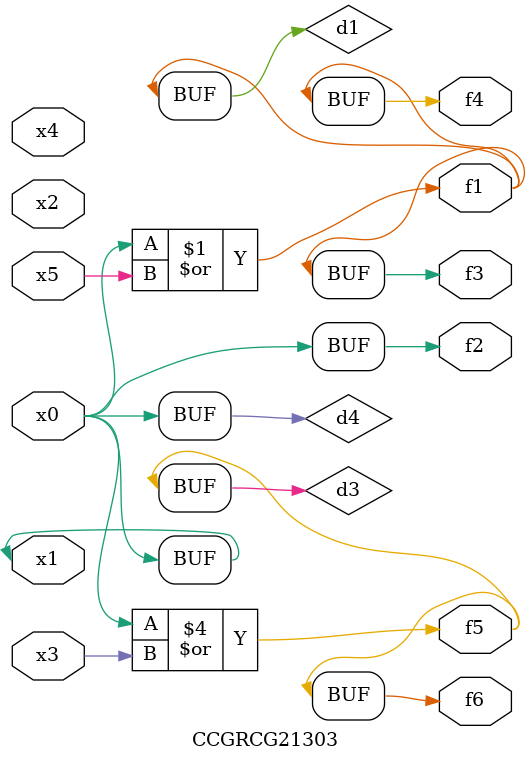
<source format=v>
module CCGRCG21303(
	input x0, x1, x2, x3, x4, x5,
	output f1, f2, f3, f4, f5, f6
);

	wire d1, d2, d3, d4;

	or (d1, x0, x5);
	xnor (d2, x1, x4);
	or (d3, x0, x3);
	buf (d4, x0, x1);
	assign f1 = d1;
	assign f2 = d4;
	assign f3 = d1;
	assign f4 = d1;
	assign f5 = d3;
	assign f6 = d3;
endmodule

</source>
